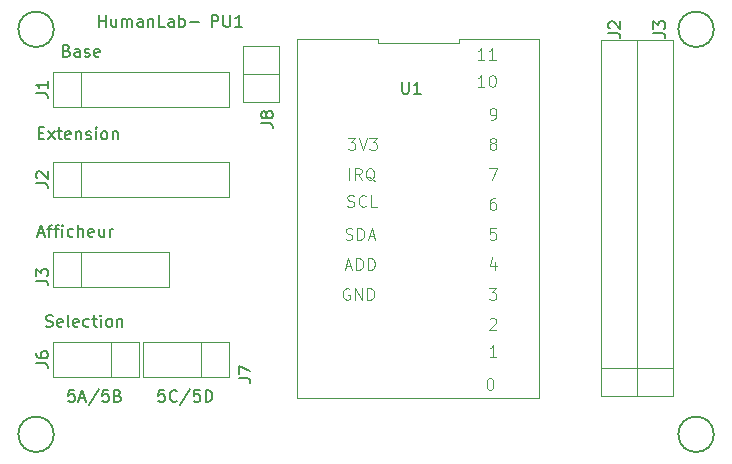
<source format=gbr>
%TF.GenerationSoftware,KiCad,Pcbnew,(7.0.0)*%
%TF.CreationDate,2023-03-31T02:03:59+02:00*%
%TF.ProjectId,HM-PlateauUtilisateur,484d2d50-6c61-4746-9561-755574696c69,rev?*%
%TF.SameCoordinates,Original*%
%TF.FileFunction,Legend,Top*%
%TF.FilePolarity,Positive*%
%FSLAX46Y46*%
G04 Gerber Fmt 4.6, Leading zero omitted, Abs format (unit mm)*
G04 Created by KiCad (PCBNEW (7.0.0)) date 2023-03-31 02:03:59*
%MOMM*%
%LPD*%
G01*
G04 APERTURE LIST*
%ADD10C,0.150000*%
%ADD11C,0.100000*%
%ADD12C,0.120000*%
G04 APERTURE END LIST*
D10*
X174220000Y-63500000D02*
G75*
G03*
X174220000Y-63500000I-1500000J0D01*
G01*
X118340000Y-97790000D02*
G75*
G03*
X118340000Y-97790000I-1500000J0D01*
G01*
X118340000Y-63500000D02*
G75*
G03*
X118340000Y-63500000I-1500000J0D01*
G01*
X174220000Y-97790000D02*
G75*
G03*
X174220000Y-97790000I-1500000J0D01*
G01*
X120094285Y-94032380D02*
X119618095Y-94032380D01*
X119618095Y-94032380D02*
X119570476Y-94508571D01*
X119570476Y-94508571D02*
X119618095Y-94460952D01*
X119618095Y-94460952D02*
X119713333Y-94413333D01*
X119713333Y-94413333D02*
X119951428Y-94413333D01*
X119951428Y-94413333D02*
X120046666Y-94460952D01*
X120046666Y-94460952D02*
X120094285Y-94508571D01*
X120094285Y-94508571D02*
X120141904Y-94603809D01*
X120141904Y-94603809D02*
X120141904Y-94841904D01*
X120141904Y-94841904D02*
X120094285Y-94937142D01*
X120094285Y-94937142D02*
X120046666Y-94984761D01*
X120046666Y-94984761D02*
X119951428Y-95032380D01*
X119951428Y-95032380D02*
X119713333Y-95032380D01*
X119713333Y-95032380D02*
X119618095Y-94984761D01*
X119618095Y-94984761D02*
X119570476Y-94937142D01*
X120522857Y-94746666D02*
X120999047Y-94746666D01*
X120427619Y-95032380D02*
X120760952Y-94032380D01*
X120760952Y-94032380D02*
X121094285Y-95032380D01*
X122141904Y-93984761D02*
X121284762Y-95270476D01*
X122951428Y-94032380D02*
X122475238Y-94032380D01*
X122475238Y-94032380D02*
X122427619Y-94508571D01*
X122427619Y-94508571D02*
X122475238Y-94460952D01*
X122475238Y-94460952D02*
X122570476Y-94413333D01*
X122570476Y-94413333D02*
X122808571Y-94413333D01*
X122808571Y-94413333D02*
X122903809Y-94460952D01*
X122903809Y-94460952D02*
X122951428Y-94508571D01*
X122951428Y-94508571D02*
X122999047Y-94603809D01*
X122999047Y-94603809D02*
X122999047Y-94841904D01*
X122999047Y-94841904D02*
X122951428Y-94937142D01*
X122951428Y-94937142D02*
X122903809Y-94984761D01*
X122903809Y-94984761D02*
X122808571Y-95032380D01*
X122808571Y-95032380D02*
X122570476Y-95032380D01*
X122570476Y-95032380D02*
X122475238Y-94984761D01*
X122475238Y-94984761D02*
X122427619Y-94937142D01*
X123760952Y-94508571D02*
X123903809Y-94556190D01*
X123903809Y-94556190D02*
X123951428Y-94603809D01*
X123951428Y-94603809D02*
X123999047Y-94699047D01*
X123999047Y-94699047D02*
X123999047Y-94841904D01*
X123999047Y-94841904D02*
X123951428Y-94937142D01*
X123951428Y-94937142D02*
X123903809Y-94984761D01*
X123903809Y-94984761D02*
X123808571Y-95032380D01*
X123808571Y-95032380D02*
X123427619Y-95032380D01*
X123427619Y-95032380D02*
X123427619Y-94032380D01*
X123427619Y-94032380D02*
X123760952Y-94032380D01*
X123760952Y-94032380D02*
X123856190Y-94080000D01*
X123856190Y-94080000D02*
X123903809Y-94127619D01*
X123903809Y-94127619D02*
X123951428Y-94222857D01*
X123951428Y-94222857D02*
X123951428Y-94318095D01*
X123951428Y-94318095D02*
X123903809Y-94413333D01*
X123903809Y-94413333D02*
X123856190Y-94460952D01*
X123856190Y-94460952D02*
X123760952Y-94508571D01*
X123760952Y-94508571D02*
X123427619Y-94508571D01*
X117078095Y-72283571D02*
X117411428Y-72283571D01*
X117554285Y-72807380D02*
X117078095Y-72807380D01*
X117078095Y-72807380D02*
X117078095Y-71807380D01*
X117078095Y-71807380D02*
X117554285Y-71807380D01*
X117887619Y-72807380D02*
X118411428Y-72140714D01*
X117887619Y-72140714D02*
X118411428Y-72807380D01*
X118649524Y-72140714D02*
X119030476Y-72140714D01*
X118792381Y-71807380D02*
X118792381Y-72664523D01*
X118792381Y-72664523D02*
X118840000Y-72759761D01*
X118840000Y-72759761D02*
X118935238Y-72807380D01*
X118935238Y-72807380D02*
X119030476Y-72807380D01*
X119744762Y-72759761D02*
X119649524Y-72807380D01*
X119649524Y-72807380D02*
X119459048Y-72807380D01*
X119459048Y-72807380D02*
X119363810Y-72759761D01*
X119363810Y-72759761D02*
X119316191Y-72664523D01*
X119316191Y-72664523D02*
X119316191Y-72283571D01*
X119316191Y-72283571D02*
X119363810Y-72188333D01*
X119363810Y-72188333D02*
X119459048Y-72140714D01*
X119459048Y-72140714D02*
X119649524Y-72140714D01*
X119649524Y-72140714D02*
X119744762Y-72188333D01*
X119744762Y-72188333D02*
X119792381Y-72283571D01*
X119792381Y-72283571D02*
X119792381Y-72378809D01*
X119792381Y-72378809D02*
X119316191Y-72474047D01*
X120220953Y-72140714D02*
X120220953Y-72807380D01*
X120220953Y-72235952D02*
X120268572Y-72188333D01*
X120268572Y-72188333D02*
X120363810Y-72140714D01*
X120363810Y-72140714D02*
X120506667Y-72140714D01*
X120506667Y-72140714D02*
X120601905Y-72188333D01*
X120601905Y-72188333D02*
X120649524Y-72283571D01*
X120649524Y-72283571D02*
X120649524Y-72807380D01*
X121078096Y-72759761D02*
X121173334Y-72807380D01*
X121173334Y-72807380D02*
X121363810Y-72807380D01*
X121363810Y-72807380D02*
X121459048Y-72759761D01*
X121459048Y-72759761D02*
X121506667Y-72664523D01*
X121506667Y-72664523D02*
X121506667Y-72616904D01*
X121506667Y-72616904D02*
X121459048Y-72521666D01*
X121459048Y-72521666D02*
X121363810Y-72474047D01*
X121363810Y-72474047D02*
X121220953Y-72474047D01*
X121220953Y-72474047D02*
X121125715Y-72426428D01*
X121125715Y-72426428D02*
X121078096Y-72331190D01*
X121078096Y-72331190D02*
X121078096Y-72283571D01*
X121078096Y-72283571D02*
X121125715Y-72188333D01*
X121125715Y-72188333D02*
X121220953Y-72140714D01*
X121220953Y-72140714D02*
X121363810Y-72140714D01*
X121363810Y-72140714D02*
X121459048Y-72188333D01*
X121935239Y-72807380D02*
X121935239Y-72140714D01*
X121935239Y-71807380D02*
X121887620Y-71855000D01*
X121887620Y-71855000D02*
X121935239Y-71902619D01*
X121935239Y-71902619D02*
X121982858Y-71855000D01*
X121982858Y-71855000D02*
X121935239Y-71807380D01*
X121935239Y-71807380D02*
X121935239Y-71902619D01*
X122554286Y-72807380D02*
X122459048Y-72759761D01*
X122459048Y-72759761D02*
X122411429Y-72712142D01*
X122411429Y-72712142D02*
X122363810Y-72616904D01*
X122363810Y-72616904D02*
X122363810Y-72331190D01*
X122363810Y-72331190D02*
X122411429Y-72235952D01*
X122411429Y-72235952D02*
X122459048Y-72188333D01*
X122459048Y-72188333D02*
X122554286Y-72140714D01*
X122554286Y-72140714D02*
X122697143Y-72140714D01*
X122697143Y-72140714D02*
X122792381Y-72188333D01*
X122792381Y-72188333D02*
X122840000Y-72235952D01*
X122840000Y-72235952D02*
X122887619Y-72331190D01*
X122887619Y-72331190D02*
X122887619Y-72616904D01*
X122887619Y-72616904D02*
X122840000Y-72712142D01*
X122840000Y-72712142D02*
X122792381Y-72759761D01*
X122792381Y-72759761D02*
X122697143Y-72807380D01*
X122697143Y-72807380D02*
X122554286Y-72807380D01*
X123316191Y-72140714D02*
X123316191Y-72807380D01*
X123316191Y-72235952D02*
X123363810Y-72188333D01*
X123363810Y-72188333D02*
X123459048Y-72140714D01*
X123459048Y-72140714D02*
X123601905Y-72140714D01*
X123601905Y-72140714D02*
X123697143Y-72188333D01*
X123697143Y-72188333D02*
X123744762Y-72283571D01*
X123744762Y-72283571D02*
X123744762Y-72807380D01*
X117665476Y-88634761D02*
X117808333Y-88682380D01*
X117808333Y-88682380D02*
X118046428Y-88682380D01*
X118046428Y-88682380D02*
X118141666Y-88634761D01*
X118141666Y-88634761D02*
X118189285Y-88587142D01*
X118189285Y-88587142D02*
X118236904Y-88491904D01*
X118236904Y-88491904D02*
X118236904Y-88396666D01*
X118236904Y-88396666D02*
X118189285Y-88301428D01*
X118189285Y-88301428D02*
X118141666Y-88253809D01*
X118141666Y-88253809D02*
X118046428Y-88206190D01*
X118046428Y-88206190D02*
X117855952Y-88158571D01*
X117855952Y-88158571D02*
X117760714Y-88110952D01*
X117760714Y-88110952D02*
X117713095Y-88063333D01*
X117713095Y-88063333D02*
X117665476Y-87968095D01*
X117665476Y-87968095D02*
X117665476Y-87872857D01*
X117665476Y-87872857D02*
X117713095Y-87777619D01*
X117713095Y-87777619D02*
X117760714Y-87730000D01*
X117760714Y-87730000D02*
X117855952Y-87682380D01*
X117855952Y-87682380D02*
X118094047Y-87682380D01*
X118094047Y-87682380D02*
X118236904Y-87730000D01*
X119046428Y-88634761D02*
X118951190Y-88682380D01*
X118951190Y-88682380D02*
X118760714Y-88682380D01*
X118760714Y-88682380D02*
X118665476Y-88634761D01*
X118665476Y-88634761D02*
X118617857Y-88539523D01*
X118617857Y-88539523D02*
X118617857Y-88158571D01*
X118617857Y-88158571D02*
X118665476Y-88063333D01*
X118665476Y-88063333D02*
X118760714Y-88015714D01*
X118760714Y-88015714D02*
X118951190Y-88015714D01*
X118951190Y-88015714D02*
X119046428Y-88063333D01*
X119046428Y-88063333D02*
X119094047Y-88158571D01*
X119094047Y-88158571D02*
X119094047Y-88253809D01*
X119094047Y-88253809D02*
X118617857Y-88349047D01*
X119665476Y-88682380D02*
X119570238Y-88634761D01*
X119570238Y-88634761D02*
X119522619Y-88539523D01*
X119522619Y-88539523D02*
X119522619Y-87682380D01*
X120427381Y-88634761D02*
X120332143Y-88682380D01*
X120332143Y-88682380D02*
X120141667Y-88682380D01*
X120141667Y-88682380D02*
X120046429Y-88634761D01*
X120046429Y-88634761D02*
X119998810Y-88539523D01*
X119998810Y-88539523D02*
X119998810Y-88158571D01*
X119998810Y-88158571D02*
X120046429Y-88063333D01*
X120046429Y-88063333D02*
X120141667Y-88015714D01*
X120141667Y-88015714D02*
X120332143Y-88015714D01*
X120332143Y-88015714D02*
X120427381Y-88063333D01*
X120427381Y-88063333D02*
X120475000Y-88158571D01*
X120475000Y-88158571D02*
X120475000Y-88253809D01*
X120475000Y-88253809D02*
X119998810Y-88349047D01*
X121332143Y-88634761D02*
X121236905Y-88682380D01*
X121236905Y-88682380D02*
X121046429Y-88682380D01*
X121046429Y-88682380D02*
X120951191Y-88634761D01*
X120951191Y-88634761D02*
X120903572Y-88587142D01*
X120903572Y-88587142D02*
X120855953Y-88491904D01*
X120855953Y-88491904D02*
X120855953Y-88206190D01*
X120855953Y-88206190D02*
X120903572Y-88110952D01*
X120903572Y-88110952D02*
X120951191Y-88063333D01*
X120951191Y-88063333D02*
X121046429Y-88015714D01*
X121046429Y-88015714D02*
X121236905Y-88015714D01*
X121236905Y-88015714D02*
X121332143Y-88063333D01*
X121617858Y-88015714D02*
X121998810Y-88015714D01*
X121760715Y-87682380D02*
X121760715Y-88539523D01*
X121760715Y-88539523D02*
X121808334Y-88634761D01*
X121808334Y-88634761D02*
X121903572Y-88682380D01*
X121903572Y-88682380D02*
X121998810Y-88682380D01*
X122332144Y-88682380D02*
X122332144Y-88015714D01*
X122332144Y-87682380D02*
X122284525Y-87730000D01*
X122284525Y-87730000D02*
X122332144Y-87777619D01*
X122332144Y-87777619D02*
X122379763Y-87730000D01*
X122379763Y-87730000D02*
X122332144Y-87682380D01*
X122332144Y-87682380D02*
X122332144Y-87777619D01*
X122951191Y-88682380D02*
X122855953Y-88634761D01*
X122855953Y-88634761D02*
X122808334Y-88587142D01*
X122808334Y-88587142D02*
X122760715Y-88491904D01*
X122760715Y-88491904D02*
X122760715Y-88206190D01*
X122760715Y-88206190D02*
X122808334Y-88110952D01*
X122808334Y-88110952D02*
X122855953Y-88063333D01*
X122855953Y-88063333D02*
X122951191Y-88015714D01*
X122951191Y-88015714D02*
X123094048Y-88015714D01*
X123094048Y-88015714D02*
X123189286Y-88063333D01*
X123189286Y-88063333D02*
X123236905Y-88110952D01*
X123236905Y-88110952D02*
X123284524Y-88206190D01*
X123284524Y-88206190D02*
X123284524Y-88491904D01*
X123284524Y-88491904D02*
X123236905Y-88587142D01*
X123236905Y-88587142D02*
X123189286Y-88634761D01*
X123189286Y-88634761D02*
X123094048Y-88682380D01*
X123094048Y-88682380D02*
X122951191Y-88682380D01*
X123713096Y-88015714D02*
X123713096Y-88682380D01*
X123713096Y-88110952D02*
X123760715Y-88063333D01*
X123760715Y-88063333D02*
X123855953Y-88015714D01*
X123855953Y-88015714D02*
X123998810Y-88015714D01*
X123998810Y-88015714D02*
X124094048Y-88063333D01*
X124094048Y-88063333D02*
X124141667Y-88158571D01*
X124141667Y-88158571D02*
X124141667Y-88682380D01*
X122158095Y-63282380D02*
X122158095Y-62282380D01*
X122158095Y-62758571D02*
X122729523Y-62758571D01*
X122729523Y-63282380D02*
X122729523Y-62282380D01*
X123634285Y-62615714D02*
X123634285Y-63282380D01*
X123205714Y-62615714D02*
X123205714Y-63139523D01*
X123205714Y-63139523D02*
X123253333Y-63234761D01*
X123253333Y-63234761D02*
X123348571Y-63282380D01*
X123348571Y-63282380D02*
X123491428Y-63282380D01*
X123491428Y-63282380D02*
X123586666Y-63234761D01*
X123586666Y-63234761D02*
X123634285Y-63187142D01*
X124110476Y-63282380D02*
X124110476Y-62615714D01*
X124110476Y-62710952D02*
X124158095Y-62663333D01*
X124158095Y-62663333D02*
X124253333Y-62615714D01*
X124253333Y-62615714D02*
X124396190Y-62615714D01*
X124396190Y-62615714D02*
X124491428Y-62663333D01*
X124491428Y-62663333D02*
X124539047Y-62758571D01*
X124539047Y-62758571D02*
X124539047Y-63282380D01*
X124539047Y-62758571D02*
X124586666Y-62663333D01*
X124586666Y-62663333D02*
X124681904Y-62615714D01*
X124681904Y-62615714D02*
X124824761Y-62615714D01*
X124824761Y-62615714D02*
X124920000Y-62663333D01*
X124920000Y-62663333D02*
X124967619Y-62758571D01*
X124967619Y-62758571D02*
X124967619Y-63282380D01*
X125872380Y-63282380D02*
X125872380Y-62758571D01*
X125872380Y-62758571D02*
X125824761Y-62663333D01*
X125824761Y-62663333D02*
X125729523Y-62615714D01*
X125729523Y-62615714D02*
X125539047Y-62615714D01*
X125539047Y-62615714D02*
X125443809Y-62663333D01*
X125872380Y-63234761D02*
X125777142Y-63282380D01*
X125777142Y-63282380D02*
X125539047Y-63282380D01*
X125539047Y-63282380D02*
X125443809Y-63234761D01*
X125443809Y-63234761D02*
X125396190Y-63139523D01*
X125396190Y-63139523D02*
X125396190Y-63044285D01*
X125396190Y-63044285D02*
X125443809Y-62949047D01*
X125443809Y-62949047D02*
X125539047Y-62901428D01*
X125539047Y-62901428D02*
X125777142Y-62901428D01*
X125777142Y-62901428D02*
X125872380Y-62853809D01*
X126348571Y-62615714D02*
X126348571Y-63282380D01*
X126348571Y-62710952D02*
X126396190Y-62663333D01*
X126396190Y-62663333D02*
X126491428Y-62615714D01*
X126491428Y-62615714D02*
X126634285Y-62615714D01*
X126634285Y-62615714D02*
X126729523Y-62663333D01*
X126729523Y-62663333D02*
X126777142Y-62758571D01*
X126777142Y-62758571D02*
X126777142Y-63282380D01*
X127729523Y-63282380D02*
X127253333Y-63282380D01*
X127253333Y-63282380D02*
X127253333Y-62282380D01*
X128491428Y-63282380D02*
X128491428Y-62758571D01*
X128491428Y-62758571D02*
X128443809Y-62663333D01*
X128443809Y-62663333D02*
X128348571Y-62615714D01*
X128348571Y-62615714D02*
X128158095Y-62615714D01*
X128158095Y-62615714D02*
X128062857Y-62663333D01*
X128491428Y-63234761D02*
X128396190Y-63282380D01*
X128396190Y-63282380D02*
X128158095Y-63282380D01*
X128158095Y-63282380D02*
X128062857Y-63234761D01*
X128062857Y-63234761D02*
X128015238Y-63139523D01*
X128015238Y-63139523D02*
X128015238Y-63044285D01*
X128015238Y-63044285D02*
X128062857Y-62949047D01*
X128062857Y-62949047D02*
X128158095Y-62901428D01*
X128158095Y-62901428D02*
X128396190Y-62901428D01*
X128396190Y-62901428D02*
X128491428Y-62853809D01*
X128967619Y-63282380D02*
X128967619Y-62282380D01*
X128967619Y-62663333D02*
X129062857Y-62615714D01*
X129062857Y-62615714D02*
X129253333Y-62615714D01*
X129253333Y-62615714D02*
X129348571Y-62663333D01*
X129348571Y-62663333D02*
X129396190Y-62710952D01*
X129396190Y-62710952D02*
X129443809Y-62806190D01*
X129443809Y-62806190D02*
X129443809Y-63091904D01*
X129443809Y-63091904D02*
X129396190Y-63187142D01*
X129396190Y-63187142D02*
X129348571Y-63234761D01*
X129348571Y-63234761D02*
X129253333Y-63282380D01*
X129253333Y-63282380D02*
X129062857Y-63282380D01*
X129062857Y-63282380D02*
X128967619Y-63234761D01*
X129872381Y-62901428D02*
X130634286Y-62901428D01*
X131710476Y-63282380D02*
X131710476Y-62282380D01*
X131710476Y-62282380D02*
X132091428Y-62282380D01*
X132091428Y-62282380D02*
X132186666Y-62330000D01*
X132186666Y-62330000D02*
X132234285Y-62377619D01*
X132234285Y-62377619D02*
X132281904Y-62472857D01*
X132281904Y-62472857D02*
X132281904Y-62615714D01*
X132281904Y-62615714D02*
X132234285Y-62710952D01*
X132234285Y-62710952D02*
X132186666Y-62758571D01*
X132186666Y-62758571D02*
X132091428Y-62806190D01*
X132091428Y-62806190D02*
X131710476Y-62806190D01*
X132710476Y-62282380D02*
X132710476Y-63091904D01*
X132710476Y-63091904D02*
X132758095Y-63187142D01*
X132758095Y-63187142D02*
X132805714Y-63234761D01*
X132805714Y-63234761D02*
X132900952Y-63282380D01*
X132900952Y-63282380D02*
X133091428Y-63282380D01*
X133091428Y-63282380D02*
X133186666Y-63234761D01*
X133186666Y-63234761D02*
X133234285Y-63187142D01*
X133234285Y-63187142D02*
X133281904Y-63091904D01*
X133281904Y-63091904D02*
X133281904Y-62282380D01*
X134281904Y-63282380D02*
X133710476Y-63282380D01*
X133996190Y-63282380D02*
X133996190Y-62282380D01*
X133996190Y-62282380D02*
X133900952Y-62425238D01*
X133900952Y-62425238D02*
X133805714Y-62520476D01*
X133805714Y-62520476D02*
X133710476Y-62568095D01*
X127714285Y-94032380D02*
X127238095Y-94032380D01*
X127238095Y-94032380D02*
X127190476Y-94508571D01*
X127190476Y-94508571D02*
X127238095Y-94460952D01*
X127238095Y-94460952D02*
X127333333Y-94413333D01*
X127333333Y-94413333D02*
X127571428Y-94413333D01*
X127571428Y-94413333D02*
X127666666Y-94460952D01*
X127666666Y-94460952D02*
X127714285Y-94508571D01*
X127714285Y-94508571D02*
X127761904Y-94603809D01*
X127761904Y-94603809D02*
X127761904Y-94841904D01*
X127761904Y-94841904D02*
X127714285Y-94937142D01*
X127714285Y-94937142D02*
X127666666Y-94984761D01*
X127666666Y-94984761D02*
X127571428Y-95032380D01*
X127571428Y-95032380D02*
X127333333Y-95032380D01*
X127333333Y-95032380D02*
X127238095Y-94984761D01*
X127238095Y-94984761D02*
X127190476Y-94937142D01*
X128761904Y-94937142D02*
X128714285Y-94984761D01*
X128714285Y-94984761D02*
X128571428Y-95032380D01*
X128571428Y-95032380D02*
X128476190Y-95032380D01*
X128476190Y-95032380D02*
X128333333Y-94984761D01*
X128333333Y-94984761D02*
X128238095Y-94889523D01*
X128238095Y-94889523D02*
X128190476Y-94794285D01*
X128190476Y-94794285D02*
X128142857Y-94603809D01*
X128142857Y-94603809D02*
X128142857Y-94460952D01*
X128142857Y-94460952D02*
X128190476Y-94270476D01*
X128190476Y-94270476D02*
X128238095Y-94175238D01*
X128238095Y-94175238D02*
X128333333Y-94080000D01*
X128333333Y-94080000D02*
X128476190Y-94032380D01*
X128476190Y-94032380D02*
X128571428Y-94032380D01*
X128571428Y-94032380D02*
X128714285Y-94080000D01*
X128714285Y-94080000D02*
X128761904Y-94127619D01*
X129904761Y-93984761D02*
X129047619Y-95270476D01*
X130714285Y-94032380D02*
X130238095Y-94032380D01*
X130238095Y-94032380D02*
X130190476Y-94508571D01*
X130190476Y-94508571D02*
X130238095Y-94460952D01*
X130238095Y-94460952D02*
X130333333Y-94413333D01*
X130333333Y-94413333D02*
X130571428Y-94413333D01*
X130571428Y-94413333D02*
X130666666Y-94460952D01*
X130666666Y-94460952D02*
X130714285Y-94508571D01*
X130714285Y-94508571D02*
X130761904Y-94603809D01*
X130761904Y-94603809D02*
X130761904Y-94841904D01*
X130761904Y-94841904D02*
X130714285Y-94937142D01*
X130714285Y-94937142D02*
X130666666Y-94984761D01*
X130666666Y-94984761D02*
X130571428Y-95032380D01*
X130571428Y-95032380D02*
X130333333Y-95032380D01*
X130333333Y-95032380D02*
X130238095Y-94984761D01*
X130238095Y-94984761D02*
X130190476Y-94937142D01*
X131190476Y-95032380D02*
X131190476Y-94032380D01*
X131190476Y-94032380D02*
X131428571Y-94032380D01*
X131428571Y-94032380D02*
X131571428Y-94080000D01*
X131571428Y-94080000D02*
X131666666Y-94175238D01*
X131666666Y-94175238D02*
X131714285Y-94270476D01*
X131714285Y-94270476D02*
X131761904Y-94460952D01*
X131761904Y-94460952D02*
X131761904Y-94603809D01*
X131761904Y-94603809D02*
X131714285Y-94794285D01*
X131714285Y-94794285D02*
X131666666Y-94889523D01*
X131666666Y-94889523D02*
X131571428Y-94984761D01*
X131571428Y-94984761D02*
X131428571Y-95032380D01*
X131428571Y-95032380D02*
X131190476Y-95032380D01*
X119443428Y-65298571D02*
X119586285Y-65346190D01*
X119586285Y-65346190D02*
X119633904Y-65393809D01*
X119633904Y-65393809D02*
X119681523Y-65489047D01*
X119681523Y-65489047D02*
X119681523Y-65631904D01*
X119681523Y-65631904D02*
X119633904Y-65727142D01*
X119633904Y-65727142D02*
X119586285Y-65774761D01*
X119586285Y-65774761D02*
X119491047Y-65822380D01*
X119491047Y-65822380D02*
X119110095Y-65822380D01*
X119110095Y-65822380D02*
X119110095Y-64822380D01*
X119110095Y-64822380D02*
X119443428Y-64822380D01*
X119443428Y-64822380D02*
X119538666Y-64870000D01*
X119538666Y-64870000D02*
X119586285Y-64917619D01*
X119586285Y-64917619D02*
X119633904Y-65012857D01*
X119633904Y-65012857D02*
X119633904Y-65108095D01*
X119633904Y-65108095D02*
X119586285Y-65203333D01*
X119586285Y-65203333D02*
X119538666Y-65250952D01*
X119538666Y-65250952D02*
X119443428Y-65298571D01*
X119443428Y-65298571D02*
X119110095Y-65298571D01*
X120538666Y-65822380D02*
X120538666Y-65298571D01*
X120538666Y-65298571D02*
X120491047Y-65203333D01*
X120491047Y-65203333D02*
X120395809Y-65155714D01*
X120395809Y-65155714D02*
X120205333Y-65155714D01*
X120205333Y-65155714D02*
X120110095Y-65203333D01*
X120538666Y-65774761D02*
X120443428Y-65822380D01*
X120443428Y-65822380D02*
X120205333Y-65822380D01*
X120205333Y-65822380D02*
X120110095Y-65774761D01*
X120110095Y-65774761D02*
X120062476Y-65679523D01*
X120062476Y-65679523D02*
X120062476Y-65584285D01*
X120062476Y-65584285D02*
X120110095Y-65489047D01*
X120110095Y-65489047D02*
X120205333Y-65441428D01*
X120205333Y-65441428D02*
X120443428Y-65441428D01*
X120443428Y-65441428D02*
X120538666Y-65393809D01*
X120967238Y-65774761D02*
X121062476Y-65822380D01*
X121062476Y-65822380D02*
X121252952Y-65822380D01*
X121252952Y-65822380D02*
X121348190Y-65774761D01*
X121348190Y-65774761D02*
X121395809Y-65679523D01*
X121395809Y-65679523D02*
X121395809Y-65631904D01*
X121395809Y-65631904D02*
X121348190Y-65536666D01*
X121348190Y-65536666D02*
X121252952Y-65489047D01*
X121252952Y-65489047D02*
X121110095Y-65489047D01*
X121110095Y-65489047D02*
X121014857Y-65441428D01*
X121014857Y-65441428D02*
X120967238Y-65346190D01*
X120967238Y-65346190D02*
X120967238Y-65298571D01*
X120967238Y-65298571D02*
X121014857Y-65203333D01*
X121014857Y-65203333D02*
X121110095Y-65155714D01*
X121110095Y-65155714D02*
X121252952Y-65155714D01*
X121252952Y-65155714D02*
X121348190Y-65203333D01*
X122205333Y-65774761D02*
X122110095Y-65822380D01*
X122110095Y-65822380D02*
X121919619Y-65822380D01*
X121919619Y-65822380D02*
X121824381Y-65774761D01*
X121824381Y-65774761D02*
X121776762Y-65679523D01*
X121776762Y-65679523D02*
X121776762Y-65298571D01*
X121776762Y-65298571D02*
X121824381Y-65203333D01*
X121824381Y-65203333D02*
X121919619Y-65155714D01*
X121919619Y-65155714D02*
X122110095Y-65155714D01*
X122110095Y-65155714D02*
X122205333Y-65203333D01*
X122205333Y-65203333D02*
X122252952Y-65298571D01*
X122252952Y-65298571D02*
X122252952Y-65393809D01*
X122252952Y-65393809D02*
X121776762Y-65489047D01*
X117030476Y-80776666D02*
X117506666Y-80776666D01*
X116935238Y-81062380D02*
X117268571Y-80062380D01*
X117268571Y-80062380D02*
X117601904Y-81062380D01*
X117792381Y-80395714D02*
X118173333Y-80395714D01*
X117935238Y-81062380D02*
X117935238Y-80205238D01*
X117935238Y-80205238D02*
X117982857Y-80110000D01*
X117982857Y-80110000D02*
X118078095Y-80062380D01*
X118078095Y-80062380D02*
X118173333Y-80062380D01*
X118363810Y-80395714D02*
X118744762Y-80395714D01*
X118506667Y-81062380D02*
X118506667Y-80205238D01*
X118506667Y-80205238D02*
X118554286Y-80110000D01*
X118554286Y-80110000D02*
X118649524Y-80062380D01*
X118649524Y-80062380D02*
X118744762Y-80062380D01*
X119078096Y-81062380D02*
X119078096Y-80395714D01*
X119078096Y-80062380D02*
X119030477Y-80110000D01*
X119030477Y-80110000D02*
X119078096Y-80157619D01*
X119078096Y-80157619D02*
X119125715Y-80110000D01*
X119125715Y-80110000D02*
X119078096Y-80062380D01*
X119078096Y-80062380D02*
X119078096Y-80157619D01*
X119982857Y-81014761D02*
X119887619Y-81062380D01*
X119887619Y-81062380D02*
X119697143Y-81062380D01*
X119697143Y-81062380D02*
X119601905Y-81014761D01*
X119601905Y-81014761D02*
X119554286Y-80967142D01*
X119554286Y-80967142D02*
X119506667Y-80871904D01*
X119506667Y-80871904D02*
X119506667Y-80586190D01*
X119506667Y-80586190D02*
X119554286Y-80490952D01*
X119554286Y-80490952D02*
X119601905Y-80443333D01*
X119601905Y-80443333D02*
X119697143Y-80395714D01*
X119697143Y-80395714D02*
X119887619Y-80395714D01*
X119887619Y-80395714D02*
X119982857Y-80443333D01*
X120411429Y-81062380D02*
X120411429Y-80062380D01*
X120840000Y-81062380D02*
X120840000Y-80538571D01*
X120840000Y-80538571D02*
X120792381Y-80443333D01*
X120792381Y-80443333D02*
X120697143Y-80395714D01*
X120697143Y-80395714D02*
X120554286Y-80395714D01*
X120554286Y-80395714D02*
X120459048Y-80443333D01*
X120459048Y-80443333D02*
X120411429Y-80490952D01*
X121697143Y-81014761D02*
X121601905Y-81062380D01*
X121601905Y-81062380D02*
X121411429Y-81062380D01*
X121411429Y-81062380D02*
X121316191Y-81014761D01*
X121316191Y-81014761D02*
X121268572Y-80919523D01*
X121268572Y-80919523D02*
X121268572Y-80538571D01*
X121268572Y-80538571D02*
X121316191Y-80443333D01*
X121316191Y-80443333D02*
X121411429Y-80395714D01*
X121411429Y-80395714D02*
X121601905Y-80395714D01*
X121601905Y-80395714D02*
X121697143Y-80443333D01*
X121697143Y-80443333D02*
X121744762Y-80538571D01*
X121744762Y-80538571D02*
X121744762Y-80633809D01*
X121744762Y-80633809D02*
X121268572Y-80729047D01*
X122601905Y-80395714D02*
X122601905Y-81062380D01*
X122173334Y-80395714D02*
X122173334Y-80919523D01*
X122173334Y-80919523D02*
X122220953Y-81014761D01*
X122220953Y-81014761D02*
X122316191Y-81062380D01*
X122316191Y-81062380D02*
X122459048Y-81062380D01*
X122459048Y-81062380D02*
X122554286Y-81014761D01*
X122554286Y-81014761D02*
X122601905Y-80967142D01*
X123078096Y-81062380D02*
X123078096Y-80395714D01*
X123078096Y-80586190D02*
X123125715Y-80490952D01*
X123125715Y-80490952D02*
X123173334Y-80443333D01*
X123173334Y-80443333D02*
X123268572Y-80395714D01*
X123268572Y-80395714D02*
X123363810Y-80395714D01*
%TO.C,J7*%
X133987380Y-93043333D02*
X134701666Y-93043333D01*
X134701666Y-93043333D02*
X134844523Y-93090952D01*
X134844523Y-93090952D02*
X134939761Y-93186190D01*
X134939761Y-93186190D02*
X134987380Y-93329047D01*
X134987380Y-93329047D02*
X134987380Y-93424285D01*
X133987380Y-92662380D02*
X133987380Y-91995714D01*
X133987380Y-91995714D02*
X134987380Y-92424285D01*
%TO.C,U1*%
X147828095Y-67947380D02*
X147828095Y-68756904D01*
X147828095Y-68756904D02*
X147875714Y-68852142D01*
X147875714Y-68852142D02*
X147923333Y-68899761D01*
X147923333Y-68899761D02*
X148018571Y-68947380D01*
X148018571Y-68947380D02*
X148209047Y-68947380D01*
X148209047Y-68947380D02*
X148304285Y-68899761D01*
X148304285Y-68899761D02*
X148351904Y-68852142D01*
X148351904Y-68852142D02*
X148399523Y-68756904D01*
X148399523Y-68756904D02*
X148399523Y-67947380D01*
X149399523Y-68947380D02*
X148828095Y-68947380D01*
X149113809Y-68947380D02*
X149113809Y-67947380D01*
X149113809Y-67947380D02*
X149018571Y-68090238D01*
X149018571Y-68090238D02*
X148923333Y-68185476D01*
X148923333Y-68185476D02*
X148828095Y-68233095D01*
D11*
X143056476Y-81268761D02*
X143199333Y-81316380D01*
X143199333Y-81316380D02*
X143437428Y-81316380D01*
X143437428Y-81316380D02*
X143532666Y-81268761D01*
X143532666Y-81268761D02*
X143580285Y-81221142D01*
X143580285Y-81221142D02*
X143627904Y-81125904D01*
X143627904Y-81125904D02*
X143627904Y-81030666D01*
X143627904Y-81030666D02*
X143580285Y-80935428D01*
X143580285Y-80935428D02*
X143532666Y-80887809D01*
X143532666Y-80887809D02*
X143437428Y-80840190D01*
X143437428Y-80840190D02*
X143246952Y-80792571D01*
X143246952Y-80792571D02*
X143151714Y-80744952D01*
X143151714Y-80744952D02*
X143104095Y-80697333D01*
X143104095Y-80697333D02*
X143056476Y-80602095D01*
X143056476Y-80602095D02*
X143056476Y-80506857D01*
X143056476Y-80506857D02*
X143104095Y-80411619D01*
X143104095Y-80411619D02*
X143151714Y-80364000D01*
X143151714Y-80364000D02*
X143246952Y-80316380D01*
X143246952Y-80316380D02*
X143485047Y-80316380D01*
X143485047Y-80316380D02*
X143627904Y-80364000D01*
X144056476Y-81316380D02*
X144056476Y-80316380D01*
X144056476Y-80316380D02*
X144294571Y-80316380D01*
X144294571Y-80316380D02*
X144437428Y-80364000D01*
X144437428Y-80364000D02*
X144532666Y-80459238D01*
X144532666Y-80459238D02*
X144580285Y-80554476D01*
X144580285Y-80554476D02*
X144627904Y-80744952D01*
X144627904Y-80744952D02*
X144627904Y-80887809D01*
X144627904Y-80887809D02*
X144580285Y-81078285D01*
X144580285Y-81078285D02*
X144532666Y-81173523D01*
X144532666Y-81173523D02*
X144437428Y-81268761D01*
X144437428Y-81268761D02*
X144294571Y-81316380D01*
X144294571Y-81316380D02*
X144056476Y-81316380D01*
X145008857Y-81030666D02*
X145485047Y-81030666D01*
X144913619Y-81316380D02*
X145246952Y-80316380D01*
X145246952Y-80316380D02*
X145580285Y-81316380D01*
X143262857Y-72696380D02*
X143881904Y-72696380D01*
X143881904Y-72696380D02*
X143548571Y-73077333D01*
X143548571Y-73077333D02*
X143691428Y-73077333D01*
X143691428Y-73077333D02*
X143786666Y-73124952D01*
X143786666Y-73124952D02*
X143834285Y-73172571D01*
X143834285Y-73172571D02*
X143881904Y-73267809D01*
X143881904Y-73267809D02*
X143881904Y-73505904D01*
X143881904Y-73505904D02*
X143834285Y-73601142D01*
X143834285Y-73601142D02*
X143786666Y-73648761D01*
X143786666Y-73648761D02*
X143691428Y-73696380D01*
X143691428Y-73696380D02*
X143405714Y-73696380D01*
X143405714Y-73696380D02*
X143310476Y-73648761D01*
X143310476Y-73648761D02*
X143262857Y-73601142D01*
X144167619Y-72696380D02*
X144500952Y-73696380D01*
X144500952Y-73696380D02*
X144834285Y-72696380D01*
X145072381Y-72696380D02*
X145691428Y-72696380D01*
X145691428Y-72696380D02*
X145358095Y-73077333D01*
X145358095Y-73077333D02*
X145500952Y-73077333D01*
X145500952Y-73077333D02*
X145596190Y-73124952D01*
X145596190Y-73124952D02*
X145643809Y-73172571D01*
X145643809Y-73172571D02*
X145691428Y-73267809D01*
X145691428Y-73267809D02*
X145691428Y-73505904D01*
X145691428Y-73505904D02*
X145643809Y-73601142D01*
X145643809Y-73601142D02*
X145596190Y-73648761D01*
X145596190Y-73648761D02*
X145500952Y-73696380D01*
X145500952Y-73696380D02*
X145215238Y-73696380D01*
X145215238Y-73696380D02*
X145120000Y-73648761D01*
X145120000Y-73648761D02*
X145072381Y-73601142D01*
X155438952Y-73124952D02*
X155343714Y-73077333D01*
X155343714Y-73077333D02*
X155296095Y-73029714D01*
X155296095Y-73029714D02*
X155248476Y-72934476D01*
X155248476Y-72934476D02*
X155248476Y-72886857D01*
X155248476Y-72886857D02*
X155296095Y-72791619D01*
X155296095Y-72791619D02*
X155343714Y-72744000D01*
X155343714Y-72744000D02*
X155438952Y-72696380D01*
X155438952Y-72696380D02*
X155629428Y-72696380D01*
X155629428Y-72696380D02*
X155724666Y-72744000D01*
X155724666Y-72744000D02*
X155772285Y-72791619D01*
X155772285Y-72791619D02*
X155819904Y-72886857D01*
X155819904Y-72886857D02*
X155819904Y-72934476D01*
X155819904Y-72934476D02*
X155772285Y-73029714D01*
X155772285Y-73029714D02*
X155724666Y-73077333D01*
X155724666Y-73077333D02*
X155629428Y-73124952D01*
X155629428Y-73124952D02*
X155438952Y-73124952D01*
X155438952Y-73124952D02*
X155343714Y-73172571D01*
X155343714Y-73172571D02*
X155296095Y-73220190D01*
X155296095Y-73220190D02*
X155248476Y-73315428D01*
X155248476Y-73315428D02*
X155248476Y-73505904D01*
X155248476Y-73505904D02*
X155296095Y-73601142D01*
X155296095Y-73601142D02*
X155343714Y-73648761D01*
X155343714Y-73648761D02*
X155438952Y-73696380D01*
X155438952Y-73696380D02*
X155629428Y-73696380D01*
X155629428Y-73696380D02*
X155724666Y-73648761D01*
X155724666Y-73648761D02*
X155772285Y-73601142D01*
X155772285Y-73601142D02*
X155819904Y-73505904D01*
X155819904Y-73505904D02*
X155819904Y-73315428D01*
X155819904Y-73315428D02*
X155772285Y-73220190D01*
X155772285Y-73220190D02*
X155724666Y-73172571D01*
X155724666Y-73172571D02*
X155629428Y-73124952D01*
X155724666Y-77776380D02*
X155534190Y-77776380D01*
X155534190Y-77776380D02*
X155438952Y-77824000D01*
X155438952Y-77824000D02*
X155391333Y-77871619D01*
X155391333Y-77871619D02*
X155296095Y-78014476D01*
X155296095Y-78014476D02*
X155248476Y-78204952D01*
X155248476Y-78204952D02*
X155248476Y-78585904D01*
X155248476Y-78585904D02*
X155296095Y-78681142D01*
X155296095Y-78681142D02*
X155343714Y-78728761D01*
X155343714Y-78728761D02*
X155438952Y-78776380D01*
X155438952Y-78776380D02*
X155629428Y-78776380D01*
X155629428Y-78776380D02*
X155724666Y-78728761D01*
X155724666Y-78728761D02*
X155772285Y-78681142D01*
X155772285Y-78681142D02*
X155819904Y-78585904D01*
X155819904Y-78585904D02*
X155819904Y-78347809D01*
X155819904Y-78347809D02*
X155772285Y-78252571D01*
X155772285Y-78252571D02*
X155724666Y-78204952D01*
X155724666Y-78204952D02*
X155629428Y-78157333D01*
X155629428Y-78157333D02*
X155438952Y-78157333D01*
X155438952Y-78157333D02*
X155343714Y-78204952D01*
X155343714Y-78204952D02*
X155296095Y-78252571D01*
X155296095Y-78252571D02*
X155248476Y-78347809D01*
X143199524Y-78474761D02*
X143342381Y-78522380D01*
X143342381Y-78522380D02*
X143580476Y-78522380D01*
X143580476Y-78522380D02*
X143675714Y-78474761D01*
X143675714Y-78474761D02*
X143723333Y-78427142D01*
X143723333Y-78427142D02*
X143770952Y-78331904D01*
X143770952Y-78331904D02*
X143770952Y-78236666D01*
X143770952Y-78236666D02*
X143723333Y-78141428D01*
X143723333Y-78141428D02*
X143675714Y-78093809D01*
X143675714Y-78093809D02*
X143580476Y-78046190D01*
X143580476Y-78046190D02*
X143390000Y-77998571D01*
X143390000Y-77998571D02*
X143294762Y-77950952D01*
X143294762Y-77950952D02*
X143247143Y-77903333D01*
X143247143Y-77903333D02*
X143199524Y-77808095D01*
X143199524Y-77808095D02*
X143199524Y-77712857D01*
X143199524Y-77712857D02*
X143247143Y-77617619D01*
X143247143Y-77617619D02*
X143294762Y-77570000D01*
X143294762Y-77570000D02*
X143390000Y-77522380D01*
X143390000Y-77522380D02*
X143628095Y-77522380D01*
X143628095Y-77522380D02*
X143770952Y-77570000D01*
X144770952Y-78427142D02*
X144723333Y-78474761D01*
X144723333Y-78474761D02*
X144580476Y-78522380D01*
X144580476Y-78522380D02*
X144485238Y-78522380D01*
X144485238Y-78522380D02*
X144342381Y-78474761D01*
X144342381Y-78474761D02*
X144247143Y-78379523D01*
X144247143Y-78379523D02*
X144199524Y-78284285D01*
X144199524Y-78284285D02*
X144151905Y-78093809D01*
X144151905Y-78093809D02*
X144151905Y-77950952D01*
X144151905Y-77950952D02*
X144199524Y-77760476D01*
X144199524Y-77760476D02*
X144247143Y-77665238D01*
X144247143Y-77665238D02*
X144342381Y-77570000D01*
X144342381Y-77570000D02*
X144485238Y-77522380D01*
X144485238Y-77522380D02*
X144580476Y-77522380D01*
X144580476Y-77522380D02*
X144723333Y-77570000D01*
X144723333Y-77570000D02*
X144770952Y-77617619D01*
X145675714Y-78522380D02*
X145199524Y-78522380D01*
X145199524Y-78522380D02*
X145199524Y-77522380D01*
X155343714Y-71156380D02*
X155534190Y-71156380D01*
X155534190Y-71156380D02*
X155629428Y-71108761D01*
X155629428Y-71108761D02*
X155677047Y-71061142D01*
X155677047Y-71061142D02*
X155772285Y-70918285D01*
X155772285Y-70918285D02*
X155819904Y-70727809D01*
X155819904Y-70727809D02*
X155819904Y-70346857D01*
X155819904Y-70346857D02*
X155772285Y-70251619D01*
X155772285Y-70251619D02*
X155724666Y-70204000D01*
X155724666Y-70204000D02*
X155629428Y-70156380D01*
X155629428Y-70156380D02*
X155438952Y-70156380D01*
X155438952Y-70156380D02*
X155343714Y-70204000D01*
X155343714Y-70204000D02*
X155296095Y-70251619D01*
X155296095Y-70251619D02*
X155248476Y-70346857D01*
X155248476Y-70346857D02*
X155248476Y-70584952D01*
X155248476Y-70584952D02*
X155296095Y-70680190D01*
X155296095Y-70680190D02*
X155343714Y-70727809D01*
X155343714Y-70727809D02*
X155438952Y-70775428D01*
X155438952Y-70775428D02*
X155629428Y-70775428D01*
X155629428Y-70775428D02*
X155724666Y-70727809D01*
X155724666Y-70727809D02*
X155772285Y-70680190D01*
X155772285Y-70680190D02*
X155819904Y-70584952D01*
X155232571Y-93016380D02*
X155327809Y-93016380D01*
X155327809Y-93016380D02*
X155423047Y-93064000D01*
X155423047Y-93064000D02*
X155470666Y-93111619D01*
X155470666Y-93111619D02*
X155518285Y-93206857D01*
X155518285Y-93206857D02*
X155565904Y-93397333D01*
X155565904Y-93397333D02*
X155565904Y-93635428D01*
X155565904Y-93635428D02*
X155518285Y-93825904D01*
X155518285Y-93825904D02*
X155470666Y-93921142D01*
X155470666Y-93921142D02*
X155423047Y-93968761D01*
X155423047Y-93968761D02*
X155327809Y-94016380D01*
X155327809Y-94016380D02*
X155232571Y-94016380D01*
X155232571Y-94016380D02*
X155137333Y-93968761D01*
X155137333Y-93968761D02*
X155089714Y-93921142D01*
X155089714Y-93921142D02*
X155042095Y-93825904D01*
X155042095Y-93825904D02*
X154994476Y-93635428D01*
X154994476Y-93635428D02*
X154994476Y-93397333D01*
X154994476Y-93397333D02*
X155042095Y-93206857D01*
X155042095Y-93206857D02*
X155089714Y-93111619D01*
X155089714Y-93111619D02*
X155137333Y-93064000D01*
X155137333Y-93064000D02*
X155232571Y-93016380D01*
X155200857Y-85396380D02*
X155819904Y-85396380D01*
X155819904Y-85396380D02*
X155486571Y-85777333D01*
X155486571Y-85777333D02*
X155629428Y-85777333D01*
X155629428Y-85777333D02*
X155724666Y-85824952D01*
X155724666Y-85824952D02*
X155772285Y-85872571D01*
X155772285Y-85872571D02*
X155819904Y-85967809D01*
X155819904Y-85967809D02*
X155819904Y-86205904D01*
X155819904Y-86205904D02*
X155772285Y-86301142D01*
X155772285Y-86301142D02*
X155724666Y-86348761D01*
X155724666Y-86348761D02*
X155629428Y-86396380D01*
X155629428Y-86396380D02*
X155343714Y-86396380D01*
X155343714Y-86396380D02*
X155248476Y-86348761D01*
X155248476Y-86348761D02*
X155200857Y-86301142D01*
X154803904Y-68362380D02*
X154232476Y-68362380D01*
X154518190Y-68362380D02*
X154518190Y-67362380D01*
X154518190Y-67362380D02*
X154422952Y-67505238D01*
X154422952Y-67505238D02*
X154327714Y-67600476D01*
X154327714Y-67600476D02*
X154232476Y-67648095D01*
X155422952Y-67362380D02*
X155518190Y-67362380D01*
X155518190Y-67362380D02*
X155613428Y-67410000D01*
X155613428Y-67410000D02*
X155661047Y-67457619D01*
X155661047Y-67457619D02*
X155708666Y-67552857D01*
X155708666Y-67552857D02*
X155756285Y-67743333D01*
X155756285Y-67743333D02*
X155756285Y-67981428D01*
X155756285Y-67981428D02*
X155708666Y-68171904D01*
X155708666Y-68171904D02*
X155661047Y-68267142D01*
X155661047Y-68267142D02*
X155613428Y-68314761D01*
X155613428Y-68314761D02*
X155518190Y-68362380D01*
X155518190Y-68362380D02*
X155422952Y-68362380D01*
X155422952Y-68362380D02*
X155327714Y-68314761D01*
X155327714Y-68314761D02*
X155280095Y-68267142D01*
X155280095Y-68267142D02*
X155232476Y-68171904D01*
X155232476Y-68171904D02*
X155184857Y-67981428D01*
X155184857Y-67981428D02*
X155184857Y-67743333D01*
X155184857Y-67743333D02*
X155232476Y-67552857D01*
X155232476Y-67552857D02*
X155280095Y-67457619D01*
X155280095Y-67457619D02*
X155327714Y-67410000D01*
X155327714Y-67410000D02*
X155422952Y-67362380D01*
X155248476Y-88031619D02*
X155296095Y-87984000D01*
X155296095Y-87984000D02*
X155391333Y-87936380D01*
X155391333Y-87936380D02*
X155629428Y-87936380D01*
X155629428Y-87936380D02*
X155724666Y-87984000D01*
X155724666Y-87984000D02*
X155772285Y-88031619D01*
X155772285Y-88031619D02*
X155819904Y-88126857D01*
X155819904Y-88126857D02*
X155819904Y-88222095D01*
X155819904Y-88222095D02*
X155772285Y-88364952D01*
X155772285Y-88364952D02*
X155200857Y-88936380D01*
X155200857Y-88936380D02*
X155819904Y-88936380D01*
X155772285Y-80316380D02*
X155296095Y-80316380D01*
X155296095Y-80316380D02*
X155248476Y-80792571D01*
X155248476Y-80792571D02*
X155296095Y-80744952D01*
X155296095Y-80744952D02*
X155391333Y-80697333D01*
X155391333Y-80697333D02*
X155629428Y-80697333D01*
X155629428Y-80697333D02*
X155724666Y-80744952D01*
X155724666Y-80744952D02*
X155772285Y-80792571D01*
X155772285Y-80792571D02*
X155819904Y-80887809D01*
X155819904Y-80887809D02*
X155819904Y-81125904D01*
X155819904Y-81125904D02*
X155772285Y-81221142D01*
X155772285Y-81221142D02*
X155724666Y-81268761D01*
X155724666Y-81268761D02*
X155629428Y-81316380D01*
X155629428Y-81316380D02*
X155391333Y-81316380D01*
X155391333Y-81316380D02*
X155296095Y-81268761D01*
X155296095Y-81268761D02*
X155248476Y-81221142D01*
X143373904Y-85444000D02*
X143278666Y-85396380D01*
X143278666Y-85396380D02*
X143135809Y-85396380D01*
X143135809Y-85396380D02*
X142992952Y-85444000D01*
X142992952Y-85444000D02*
X142897714Y-85539238D01*
X142897714Y-85539238D02*
X142850095Y-85634476D01*
X142850095Y-85634476D02*
X142802476Y-85824952D01*
X142802476Y-85824952D02*
X142802476Y-85967809D01*
X142802476Y-85967809D02*
X142850095Y-86158285D01*
X142850095Y-86158285D02*
X142897714Y-86253523D01*
X142897714Y-86253523D02*
X142992952Y-86348761D01*
X142992952Y-86348761D02*
X143135809Y-86396380D01*
X143135809Y-86396380D02*
X143231047Y-86396380D01*
X143231047Y-86396380D02*
X143373904Y-86348761D01*
X143373904Y-86348761D02*
X143421523Y-86301142D01*
X143421523Y-86301142D02*
X143421523Y-85967809D01*
X143421523Y-85967809D02*
X143231047Y-85967809D01*
X143850095Y-86396380D02*
X143850095Y-85396380D01*
X143850095Y-85396380D02*
X144421523Y-86396380D01*
X144421523Y-86396380D02*
X144421523Y-85396380D01*
X144897714Y-86396380D02*
X144897714Y-85396380D01*
X144897714Y-85396380D02*
X145135809Y-85396380D01*
X145135809Y-85396380D02*
X145278666Y-85444000D01*
X145278666Y-85444000D02*
X145373904Y-85539238D01*
X145373904Y-85539238D02*
X145421523Y-85634476D01*
X145421523Y-85634476D02*
X145469142Y-85824952D01*
X145469142Y-85824952D02*
X145469142Y-85967809D01*
X145469142Y-85967809D02*
X145421523Y-86158285D01*
X145421523Y-86158285D02*
X145373904Y-86253523D01*
X145373904Y-86253523D02*
X145278666Y-86348761D01*
X145278666Y-86348761D02*
X145135809Y-86396380D01*
X145135809Y-86396380D02*
X144897714Y-86396380D01*
X155819904Y-91222380D02*
X155248476Y-91222380D01*
X155534190Y-91222380D02*
X155534190Y-90222380D01*
X155534190Y-90222380D02*
X155438952Y-90365238D01*
X155438952Y-90365238D02*
X155343714Y-90460476D01*
X155343714Y-90460476D02*
X155248476Y-90508095D01*
X155724666Y-83189714D02*
X155724666Y-83856380D01*
X155486571Y-82808761D02*
X155248476Y-83523047D01*
X155248476Y-83523047D02*
X155867523Y-83523047D01*
X154803904Y-66076380D02*
X154232476Y-66076380D01*
X154518190Y-66076380D02*
X154518190Y-65076380D01*
X154518190Y-65076380D02*
X154422952Y-65219238D01*
X154422952Y-65219238D02*
X154327714Y-65314476D01*
X154327714Y-65314476D02*
X154232476Y-65362095D01*
X155756285Y-66076380D02*
X155184857Y-66076380D01*
X155470571Y-66076380D02*
X155470571Y-65076380D01*
X155470571Y-65076380D02*
X155375333Y-65219238D01*
X155375333Y-65219238D02*
X155280095Y-65314476D01*
X155280095Y-65314476D02*
X155184857Y-65362095D01*
X155200857Y-75236380D02*
X155867523Y-75236380D01*
X155867523Y-75236380D02*
X155438952Y-76236380D01*
X143056476Y-83570666D02*
X143532666Y-83570666D01*
X142961238Y-83856380D02*
X143294571Y-82856380D01*
X143294571Y-82856380D02*
X143627904Y-83856380D01*
X143961238Y-83856380D02*
X143961238Y-82856380D01*
X143961238Y-82856380D02*
X144199333Y-82856380D01*
X144199333Y-82856380D02*
X144342190Y-82904000D01*
X144342190Y-82904000D02*
X144437428Y-82999238D01*
X144437428Y-82999238D02*
X144485047Y-83094476D01*
X144485047Y-83094476D02*
X144532666Y-83284952D01*
X144532666Y-83284952D02*
X144532666Y-83427809D01*
X144532666Y-83427809D02*
X144485047Y-83618285D01*
X144485047Y-83618285D02*
X144437428Y-83713523D01*
X144437428Y-83713523D02*
X144342190Y-83808761D01*
X144342190Y-83808761D02*
X144199333Y-83856380D01*
X144199333Y-83856380D02*
X143961238Y-83856380D01*
X144961238Y-83856380D02*
X144961238Y-82856380D01*
X144961238Y-82856380D02*
X145199333Y-82856380D01*
X145199333Y-82856380D02*
X145342190Y-82904000D01*
X145342190Y-82904000D02*
X145437428Y-82999238D01*
X145437428Y-82999238D02*
X145485047Y-83094476D01*
X145485047Y-83094476D02*
X145532666Y-83284952D01*
X145532666Y-83284952D02*
X145532666Y-83427809D01*
X145532666Y-83427809D02*
X145485047Y-83618285D01*
X145485047Y-83618285D02*
X145437428Y-83713523D01*
X145437428Y-83713523D02*
X145342190Y-83808761D01*
X145342190Y-83808761D02*
X145199333Y-83856380D01*
X145199333Y-83856380D02*
X144961238Y-83856380D01*
X143358095Y-76236380D02*
X143358095Y-75236380D01*
X144405713Y-76236380D02*
X144072380Y-75760190D01*
X143834285Y-76236380D02*
X143834285Y-75236380D01*
X143834285Y-75236380D02*
X144215237Y-75236380D01*
X144215237Y-75236380D02*
X144310475Y-75284000D01*
X144310475Y-75284000D02*
X144358094Y-75331619D01*
X144358094Y-75331619D02*
X144405713Y-75426857D01*
X144405713Y-75426857D02*
X144405713Y-75569714D01*
X144405713Y-75569714D02*
X144358094Y-75664952D01*
X144358094Y-75664952D02*
X144310475Y-75712571D01*
X144310475Y-75712571D02*
X144215237Y-75760190D01*
X144215237Y-75760190D02*
X143834285Y-75760190D01*
X145500951Y-76331619D02*
X145405713Y-76284000D01*
X145405713Y-76284000D02*
X145310475Y-76188761D01*
X145310475Y-76188761D02*
X145167618Y-76045904D01*
X145167618Y-76045904D02*
X145072380Y-75998285D01*
X145072380Y-75998285D02*
X144977142Y-75998285D01*
X145024761Y-76236380D02*
X144929523Y-76188761D01*
X144929523Y-76188761D02*
X144834285Y-76093523D01*
X144834285Y-76093523D02*
X144786666Y-75903047D01*
X144786666Y-75903047D02*
X144786666Y-75569714D01*
X144786666Y-75569714D02*
X144834285Y-75379238D01*
X144834285Y-75379238D02*
X144929523Y-75284000D01*
X144929523Y-75284000D02*
X145024761Y-75236380D01*
X145024761Y-75236380D02*
X145215237Y-75236380D01*
X145215237Y-75236380D02*
X145310475Y-75284000D01*
X145310475Y-75284000D02*
X145405713Y-75379238D01*
X145405713Y-75379238D02*
X145453332Y-75569714D01*
X145453332Y-75569714D02*
X145453332Y-75903047D01*
X145453332Y-75903047D02*
X145405713Y-76093523D01*
X145405713Y-76093523D02*
X145310475Y-76188761D01*
X145310475Y-76188761D02*
X145215237Y-76236380D01*
X145215237Y-76236380D02*
X145024761Y-76236380D01*
D10*
%TO.C,J8*%
X135892380Y-71453333D02*
X136606666Y-71453333D01*
X136606666Y-71453333D02*
X136749523Y-71500952D01*
X136749523Y-71500952D02*
X136844761Y-71596190D01*
X136844761Y-71596190D02*
X136892380Y-71739047D01*
X136892380Y-71739047D02*
X136892380Y-71834285D01*
X136320952Y-70834285D02*
X136273333Y-70929523D01*
X136273333Y-70929523D02*
X136225714Y-70977142D01*
X136225714Y-70977142D02*
X136130476Y-71024761D01*
X136130476Y-71024761D02*
X136082857Y-71024761D01*
X136082857Y-71024761D02*
X135987619Y-70977142D01*
X135987619Y-70977142D02*
X135940000Y-70929523D01*
X135940000Y-70929523D02*
X135892380Y-70834285D01*
X135892380Y-70834285D02*
X135892380Y-70643809D01*
X135892380Y-70643809D02*
X135940000Y-70548571D01*
X135940000Y-70548571D02*
X135987619Y-70500952D01*
X135987619Y-70500952D02*
X136082857Y-70453333D01*
X136082857Y-70453333D02*
X136130476Y-70453333D01*
X136130476Y-70453333D02*
X136225714Y-70500952D01*
X136225714Y-70500952D02*
X136273333Y-70548571D01*
X136273333Y-70548571D02*
X136320952Y-70643809D01*
X136320952Y-70643809D02*
X136320952Y-70834285D01*
X136320952Y-70834285D02*
X136368571Y-70929523D01*
X136368571Y-70929523D02*
X136416190Y-70977142D01*
X136416190Y-70977142D02*
X136511428Y-71024761D01*
X136511428Y-71024761D02*
X136701904Y-71024761D01*
X136701904Y-71024761D02*
X136797142Y-70977142D01*
X136797142Y-70977142D02*
X136844761Y-70929523D01*
X136844761Y-70929523D02*
X136892380Y-70834285D01*
X136892380Y-70834285D02*
X136892380Y-70643809D01*
X136892380Y-70643809D02*
X136844761Y-70548571D01*
X136844761Y-70548571D02*
X136797142Y-70500952D01*
X136797142Y-70500952D02*
X136701904Y-70453333D01*
X136701904Y-70453333D02*
X136511428Y-70453333D01*
X136511428Y-70453333D02*
X136416190Y-70500952D01*
X136416190Y-70500952D02*
X136368571Y-70548571D01*
X136368571Y-70548571D02*
X136320952Y-70643809D01*
%TO.C,J6*%
X116842380Y-91773333D02*
X117556666Y-91773333D01*
X117556666Y-91773333D02*
X117699523Y-91820952D01*
X117699523Y-91820952D02*
X117794761Y-91916190D01*
X117794761Y-91916190D02*
X117842380Y-92059047D01*
X117842380Y-92059047D02*
X117842380Y-92154285D01*
X116842380Y-90868571D02*
X116842380Y-91059047D01*
X116842380Y-91059047D02*
X116890000Y-91154285D01*
X116890000Y-91154285D02*
X116937619Y-91201904D01*
X116937619Y-91201904D02*
X117080476Y-91297142D01*
X117080476Y-91297142D02*
X117270952Y-91344761D01*
X117270952Y-91344761D02*
X117651904Y-91344761D01*
X117651904Y-91344761D02*
X117747142Y-91297142D01*
X117747142Y-91297142D02*
X117794761Y-91249523D01*
X117794761Y-91249523D02*
X117842380Y-91154285D01*
X117842380Y-91154285D02*
X117842380Y-90963809D01*
X117842380Y-90963809D02*
X117794761Y-90868571D01*
X117794761Y-90868571D02*
X117747142Y-90820952D01*
X117747142Y-90820952D02*
X117651904Y-90773333D01*
X117651904Y-90773333D02*
X117413809Y-90773333D01*
X117413809Y-90773333D02*
X117318571Y-90820952D01*
X117318571Y-90820952D02*
X117270952Y-90868571D01*
X117270952Y-90868571D02*
X117223333Y-90963809D01*
X117223333Y-90963809D02*
X117223333Y-91154285D01*
X117223333Y-91154285D02*
X117270952Y-91249523D01*
X117270952Y-91249523D02*
X117318571Y-91297142D01*
X117318571Y-91297142D02*
X117413809Y-91344761D01*
%TO.C,J3*%
X116842380Y-84788333D02*
X117556666Y-84788333D01*
X117556666Y-84788333D02*
X117699523Y-84835952D01*
X117699523Y-84835952D02*
X117794761Y-84931190D01*
X117794761Y-84931190D02*
X117842380Y-85074047D01*
X117842380Y-85074047D02*
X117842380Y-85169285D01*
X116842380Y-84407380D02*
X116842380Y-83788333D01*
X116842380Y-83788333D02*
X117223333Y-84121666D01*
X117223333Y-84121666D02*
X117223333Y-83978809D01*
X117223333Y-83978809D02*
X117270952Y-83883571D01*
X117270952Y-83883571D02*
X117318571Y-83835952D01*
X117318571Y-83835952D02*
X117413809Y-83788333D01*
X117413809Y-83788333D02*
X117651904Y-83788333D01*
X117651904Y-83788333D02*
X117747142Y-83835952D01*
X117747142Y-83835952D02*
X117794761Y-83883571D01*
X117794761Y-83883571D02*
X117842380Y-83978809D01*
X117842380Y-83978809D02*
X117842380Y-84264523D01*
X117842380Y-84264523D02*
X117794761Y-84359761D01*
X117794761Y-84359761D02*
X117747142Y-84407380D01*
%TO.C,J2*%
X116842380Y-76533333D02*
X117556666Y-76533333D01*
X117556666Y-76533333D02*
X117699523Y-76580952D01*
X117699523Y-76580952D02*
X117794761Y-76676190D01*
X117794761Y-76676190D02*
X117842380Y-76819047D01*
X117842380Y-76819047D02*
X117842380Y-76914285D01*
X116937619Y-76104761D02*
X116890000Y-76057142D01*
X116890000Y-76057142D02*
X116842380Y-75961904D01*
X116842380Y-75961904D02*
X116842380Y-75723809D01*
X116842380Y-75723809D02*
X116890000Y-75628571D01*
X116890000Y-75628571D02*
X116937619Y-75580952D01*
X116937619Y-75580952D02*
X117032857Y-75533333D01*
X117032857Y-75533333D02*
X117128095Y-75533333D01*
X117128095Y-75533333D02*
X117270952Y-75580952D01*
X117270952Y-75580952D02*
X117842380Y-76152380D01*
X117842380Y-76152380D02*
X117842380Y-75533333D01*
%TO.C,J3*%
X169116630Y-63833333D02*
X169830916Y-63833333D01*
X169830916Y-63833333D02*
X169973773Y-63880952D01*
X169973773Y-63880952D02*
X170069011Y-63976190D01*
X170069011Y-63976190D02*
X170116630Y-64119047D01*
X170116630Y-64119047D02*
X170116630Y-64214285D01*
X169116630Y-63452380D02*
X169116630Y-62833333D01*
X169116630Y-62833333D02*
X169497583Y-63166666D01*
X169497583Y-63166666D02*
X169497583Y-63023809D01*
X169497583Y-63023809D02*
X169545202Y-62928571D01*
X169545202Y-62928571D02*
X169592821Y-62880952D01*
X169592821Y-62880952D02*
X169688059Y-62833333D01*
X169688059Y-62833333D02*
X169926154Y-62833333D01*
X169926154Y-62833333D02*
X170021392Y-62880952D01*
X170021392Y-62880952D02*
X170069011Y-62928571D01*
X170069011Y-62928571D02*
X170116630Y-63023809D01*
X170116630Y-63023809D02*
X170116630Y-63309523D01*
X170116630Y-63309523D02*
X170069011Y-63404761D01*
X170069011Y-63404761D02*
X170021392Y-63452380D01*
%TO.C,J2*%
X165306630Y-63833333D02*
X166020916Y-63833333D01*
X166020916Y-63833333D02*
X166163773Y-63880952D01*
X166163773Y-63880952D02*
X166259011Y-63976190D01*
X166259011Y-63976190D02*
X166306630Y-64119047D01*
X166306630Y-64119047D02*
X166306630Y-64214285D01*
X165401869Y-63404761D02*
X165354250Y-63357142D01*
X165354250Y-63357142D02*
X165306630Y-63261904D01*
X165306630Y-63261904D02*
X165306630Y-63023809D01*
X165306630Y-63023809D02*
X165354250Y-62928571D01*
X165354250Y-62928571D02*
X165401869Y-62880952D01*
X165401869Y-62880952D02*
X165497107Y-62833333D01*
X165497107Y-62833333D02*
X165592345Y-62833333D01*
X165592345Y-62833333D02*
X165735202Y-62880952D01*
X165735202Y-62880952D02*
X166306630Y-63452380D01*
X166306630Y-63452380D02*
X166306630Y-62833333D01*
%TO.C,J1*%
X116842380Y-68913333D02*
X117556666Y-68913333D01*
X117556666Y-68913333D02*
X117699523Y-68960952D01*
X117699523Y-68960952D02*
X117794761Y-69056190D01*
X117794761Y-69056190D02*
X117842380Y-69199047D01*
X117842380Y-69199047D02*
X117842380Y-69294285D01*
X117842380Y-67913333D02*
X117842380Y-68484761D01*
X117842380Y-68199047D02*
X116842380Y-68199047D01*
X116842380Y-68199047D02*
X116985238Y-68294285D01*
X116985238Y-68294285D02*
X117080476Y-68389523D01*
X117080476Y-68389523D02*
X117128095Y-68484761D01*
D12*
%TO.C,J7*%
X133180000Y-92940000D02*
X125900000Y-92940000D01*
X133180000Y-89940000D02*
X133180000Y-92940000D01*
X130810000Y-92940000D02*
X130810000Y-89940000D01*
X125900000Y-92940000D02*
X125900000Y-89940000D01*
X125900000Y-89940000D02*
X133180000Y-89940000D01*
%TO.C,U1*%
X159466000Y-64282000D02*
X152632666Y-64282000D01*
X152632666Y-64282000D02*
X152632666Y-64642000D01*
X145799334Y-64282000D02*
X138966001Y-64282000D01*
X138966001Y-64282000D02*
X138966000Y-94722000D01*
X152632666Y-64642000D02*
X145799334Y-64642000D01*
X145799334Y-64642000D02*
X145799334Y-64282000D01*
X159465999Y-94722000D02*
X159466000Y-64282000D01*
X138966000Y-94722000D02*
X159465999Y-94722000D01*
%TO.C,J8*%
X137390000Y-64940000D02*
X137390000Y-69680000D01*
X134390000Y-64940000D02*
X137390000Y-64940000D01*
X137390000Y-67310000D02*
X134390000Y-67310000D01*
X137390000Y-69680000D02*
X134390000Y-69680000D01*
X134390000Y-69680000D02*
X134390000Y-64940000D01*
%TO.C,J6*%
X125560000Y-92940000D02*
X118280000Y-92940000D01*
X125560000Y-89940000D02*
X125560000Y-92940000D01*
X123190000Y-92940000D02*
X123190000Y-89940000D01*
X118280000Y-92940000D02*
X118280000Y-89940000D01*
X118280000Y-89940000D02*
X125560000Y-89940000D01*
%TO.C,J3*%
X118280000Y-82320000D02*
X128100000Y-82320000D01*
X118280000Y-85320000D02*
X118280000Y-82320000D01*
X120650000Y-82320000D02*
X120650000Y-85320000D01*
X128100000Y-82320000D02*
X128100000Y-85320000D01*
X128100000Y-85320000D02*
X118280000Y-85320000D01*
%TO.C,J2*%
X118280000Y-74700000D02*
X133180000Y-74700000D01*
X118280000Y-77700000D02*
X118280000Y-74700000D01*
X120650000Y-74700000D02*
X120650000Y-77700000D01*
X133180000Y-74700000D02*
X133180000Y-77700000D01*
X133180000Y-77700000D02*
X118280000Y-77700000D01*
%TO.C,J3*%
X167741250Y-94572000D02*
X167741250Y-64432000D01*
X170741250Y-94572000D02*
X167741250Y-94572000D01*
X167741250Y-92202000D02*
X170741250Y-92202000D01*
X167741250Y-64432000D02*
X170741250Y-64432000D01*
X170741250Y-64432000D02*
X170741250Y-94572000D01*
%TO.C,J2*%
X164693250Y-94572000D02*
X164693250Y-64432000D01*
X167693250Y-94572000D02*
X164693250Y-94572000D01*
X164693250Y-92202000D02*
X167693250Y-92202000D01*
X164693250Y-64432000D02*
X167693250Y-64432000D01*
X167693250Y-64432000D02*
X167693250Y-94572000D01*
%TO.C,J1*%
X118280000Y-67080000D02*
X133180000Y-67080000D01*
X118280000Y-70080000D02*
X118280000Y-67080000D01*
X120650000Y-67080000D02*
X120650000Y-70080000D01*
X133180000Y-67080000D02*
X133180000Y-70080000D01*
X133180000Y-70080000D02*
X118280000Y-70080000D01*
%TD*%
M02*

</source>
